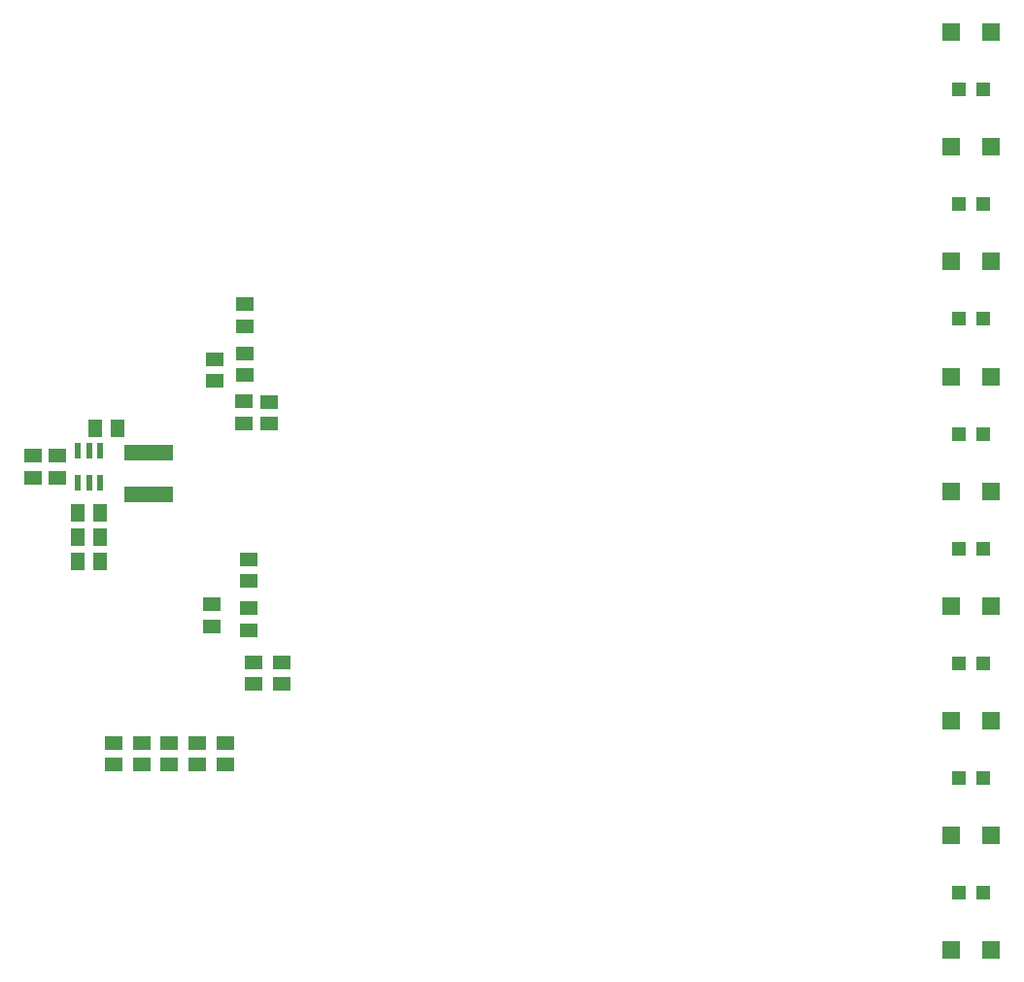
<source format=gbr>
G04 EAGLE Gerber RS-274X export*
G75*
%MOMM*%
%FSLAX34Y34*%
%LPD*%
%INSolderpaste Bottom*%
%IPPOS*%
%AMOC8*
5,1,8,0,0,1.08239X$1,22.5*%
G01*
%ADD10R,1.600000X1.300000*%
%ADD11R,1.500000X1.300000*%
%ADD12R,1.200000X1.200000*%
%ADD13R,1.500000X1.500000*%
%ADD14R,0.550000X1.350000*%
%ADD15R,1.300000X1.500000*%
%ADD16R,4.200000X1.400000*%


D10*
X200848Y526252D03*
X200848Y545252D03*
D11*
X226502Y508168D03*
X226502Y489168D03*
X248346Y507660D03*
X248346Y488660D03*
D10*
X198308Y312384D03*
X198308Y331384D03*
X227264Y593004D03*
X227264Y574004D03*
D11*
X227264Y550332D03*
X227264Y531332D03*
D10*
X230312Y370500D03*
X230312Y351500D03*
D11*
X230312Y327828D03*
X230312Y308828D03*
D12*
X849500Y80000D03*
X870500Y80000D03*
X849500Y180000D03*
X870500Y180000D03*
X849500Y280000D03*
X870500Y280000D03*
X849500Y380000D03*
X870500Y380000D03*
X849500Y480000D03*
X870500Y480000D03*
X849500Y580000D03*
X870500Y580000D03*
X849500Y680000D03*
X870500Y680000D03*
X849500Y780000D03*
X870500Y780000D03*
D13*
X877500Y130000D03*
X842500Y130000D03*
X877500Y230000D03*
X842500Y230000D03*
X877500Y330000D03*
X842500Y330000D03*
X877500Y430000D03*
X842500Y430000D03*
X877500Y530000D03*
X842500Y530000D03*
X877500Y630000D03*
X842500Y630000D03*
X877500Y730000D03*
X842500Y730000D03*
X877500Y830000D03*
X842500Y830000D03*
X877500Y30000D03*
X842500Y30000D03*
D11*
X185928Y210668D03*
X185928Y191668D03*
X210312Y210668D03*
X210312Y191668D03*
X112776Y210668D03*
X112776Y191668D03*
X161544Y210668D03*
X161544Y191668D03*
X137160Y210668D03*
X137160Y191668D03*
X259080Y280772D03*
X259080Y261772D03*
X234696Y280772D03*
X234696Y261772D03*
D14*
X100940Y437353D03*
X91440Y437353D03*
X81940Y437353D03*
X81940Y464855D03*
X91440Y464855D03*
X100940Y464855D03*
D15*
X97180Y484632D03*
X116180Y484632D03*
D11*
X42672Y460604D03*
X42672Y441604D03*
X64008Y460604D03*
X64008Y441604D03*
D15*
X81940Y411480D03*
X100940Y411480D03*
X81940Y368808D03*
X100940Y368808D03*
X81940Y390144D03*
X100940Y390144D03*
D16*
X143528Y463740D03*
X143528Y426740D03*
M02*

</source>
